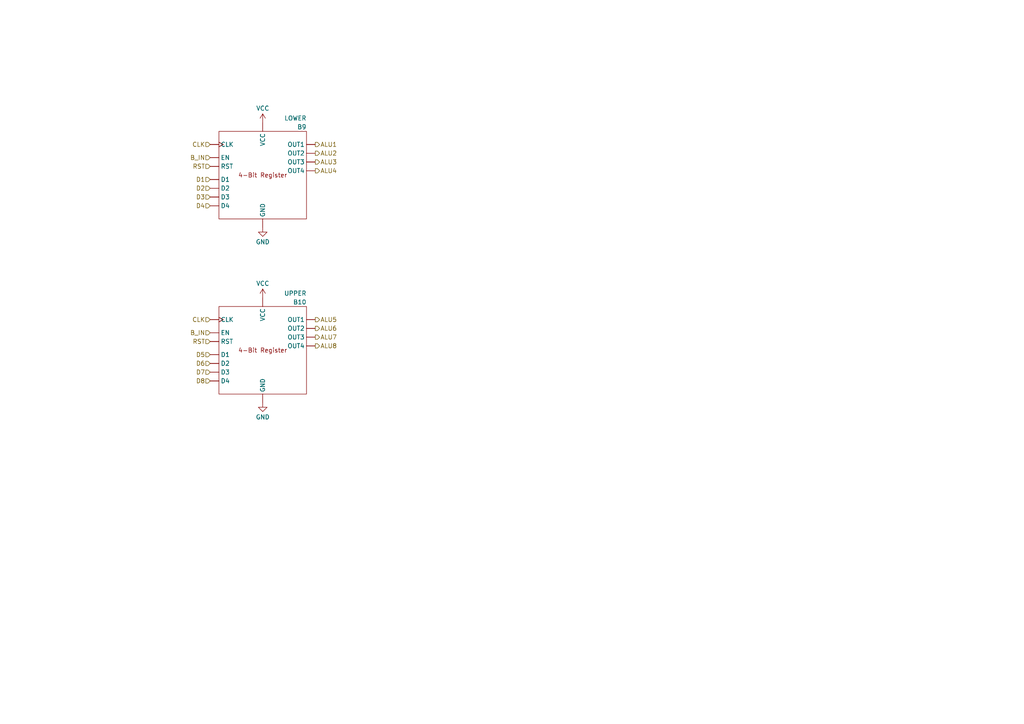
<source format=kicad_sch>
(kicad_sch (version 20230121) (generator eeschema)
  (paper "A4")
  (lib_symbols
    (symbol "MiniDragon:4-Bit Register"
      (property "Reference" "B" (at -12.7 13.97 0))
      (symbol "4-Bit Register_0_1"
        (rectangle (start -12.7 12.7) (end 12.7 -12.7))
      )
      (symbol "4-Bit Register_1_1"
        (text "4-Bit Register" (at 0 0 0) (effects (font (size 1.27 1.27))))
        (pin input clock (at -15.24 8.89 0) (length 2.54) (name "CLK") (number ""))
        (pin input line (at -15.24 -1.27 0) (length 2.54) (name "D1") (number ""))
        (pin input line (at -15.24 -3.81 0) (length 2.54) (name "D2") (number ""))
        (pin input line (at -15.24 -6.35 0) (length 2.54) (name "D3") (number ""))
        (pin input line (at -15.24 -8.89 0) (length 2.54) (name "D4") (number ""))
        (pin input line (at -15.24 5.08 0) (length 2.54) (name "EN") (number ""))
        (pin power_in line (at 0 -15.24 90) (length 2.54) (name "GND") (number ""))
        (pin output line (at 15.24 8.89 180) (length 2.54) (name "OUT1") (number ""))
        (pin output line (at 15.24 6.35 180) (length 2.54) (name "OUT2") (number ""))
        (pin output line (at 15.24 3.81 180) (length 2.54) (name "OUT3") (number ""))
        (pin output line (at 15.24 1.27 180) (length 2.54) (name "OUT4") (number ""))
        (pin input line (at -15.24 2.54 0) (length 2.54) (name "RST") (number ""))
        (pin power_in line (at 0 15.24 270) (length 2.54) (name "VCC") (number ""))
      )
    )
    (symbol "power:GND" (power) (pin_names (offset 0))
      (property "Value" "GND" (at 0 -3.81 0))
      (symbol "GND_0_1"
        (polyline (pts (xy 0 0) (xy 0 -1.27) (xy 1.27 -1.27) (xy 0 -2.54) (xy -1.27 -1.27) (xy 0 -1.27)))
      )
      (symbol "GND_1_1"
        (pin power_in line (at 0 0 270) (length 0) hide (name "GND") (number "1"))
      )
    )
    (symbol "power:VCC" (power) (pin_names (offset 0))
      (property "Value" "VCC" (at 0 3.81 0))
      (symbol "VCC_0_1"
        (polyline (pts (xy -0.762 1.27) (xy 0 2.54)))
        (polyline (pts (xy 0 0) (xy 0 2.54)))
        (polyline (pts (xy 0 2.54) (xy 0.762 1.27)))
      )
      (symbol "VCC_1_1"
        (pin power_in line (at 0 0 90) (length 0) hide (name "VCC") (number "1"))
      )
    )
  )
  (hierarchical_label "D4" (shape input) (at 60.96 59.69 180))
  (hierarchical_label "CLK" (shape input) (at 60.96 41.91 180))
  (hierarchical_label "D7" (shape input) (at 60.96 107.95 180))
  (hierarchical_label "D5" (shape input) (at 60.96 102.87 180))
  (hierarchical_label "ALU8" (shape output) (at 91.44 100.33 0))
  (hierarchical_label "ALU1" (shape output) (at 91.44 41.91 0))
  (hierarchical_label "ALU6" (shape output) (at 91.44 95.25 0))
  (hierarchical_label "D2" (shape input) (at 60.96 54.61 180))
  (hierarchical_label "B_IN" (shape input) (at 60.96 45.72 180))
  (hierarchical_label "ALU4" (shape output) (at 91.44 49.53 0))
  (hierarchical_label "CLK" (shape input) (at 60.96 92.71 180))
  (hierarchical_label "D3" (shape input) (at 60.96 57.15 180))
  (hierarchical_label "ALU5" (shape output) (at 91.44 92.71 0))
  (hierarchical_label "B_IN" (shape input) (at 60.96 96.52 180))
  (hierarchical_label "ALU7" (shape output) (at 91.44 97.79 0))
  (hierarchical_label "RST" (shape input) (at 60.96 99.06 180))
  (hierarchical_label "D1" (shape input) (at 60.96 52.07 180))
  (hierarchical_label "ALU2" (shape output) (at 91.44 44.45 0))
  (hierarchical_label "ALU3" (shape output) (at 91.44 46.99 0))
  (hierarchical_label "D8" (shape input) (at 60.96 110.49 180))
  (hierarchical_label "D6" (shape input) (at 60.96 105.41 180))
  (hierarchical_label "RST" (shape input) (at 60.96 48.26 180))
  (symbol (lib_id "power:VCC") (at 76.2 86.36 0) (unit 1)
    (property "Reference" "#PWR017" (effects hide))
    (property "Value" "VCC" (at 76.2 82.2269 0))
  )
  (symbol (lib_id "power:VCC") (at 76.2 35.56 0) (unit 1)
    (property "Reference" "#PWR018" (effects hide))
    (property "Value" "VCC" (at 76.2 31.4269 0))
  )
  (symbol (lib_id "power:GND") (at 76.2 116.84 0) (unit 1)
    (property "Reference" "#PWR020" (effects hide))
    (property "Value" "GND" (at 76.2 120.9731 0))
  )
  (symbol (lib_id "MiniDragon:4-Bit Register") (at 76.2 50.8 0) (unit 1)
    (property "Reference" "B9" (at 88.9 36.83 0) (effects (justify right)))
    (property "Value" "LOWER" (at 88.9 34.29 0) (effects (justify right)))
  )
  (symbol (lib_id "MiniDragon:4-Bit Register") (at 76.2 101.6 0) (unit 1)
    (property "Reference" "B10" (at 88.9 87.63 0) (effects (justify right)))
    (property "Value" "UPPER" (at 88.9 85.09 0) (effects (justify right)))
  )
  (symbol (lib_id "power:GND") (at 76.2 66.04 0) (unit 1)
    (property "Reference" "#PWR019" (effects hide))
    (property "Value" "GND" (at 76.2 70.1731 0))
  )
)
</source>
